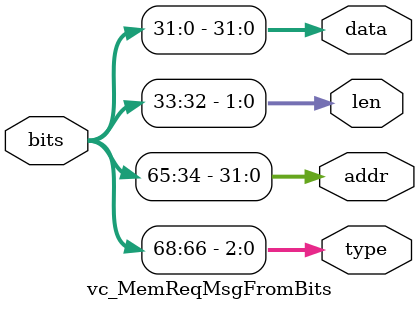
<source format=v>

`ifndef VC_MEM_REQ_MSG_V
`define VC_MEM_REQ_MSG_V


// Data field

`define VC_MEM_REQ_MSG_DATA_SZ( p_addr_sz, p_data_sz )                  \
  p_data_sz

`define VC_MEM_REQ_MSG_DATA_MSB( p_addr_sz, p_data_sz )                 \
  ( `VC_MEM_REQ_MSG_DATA_SZ( p_addr_sz, p_data_sz ) - 1 )

`define VC_MEM_REQ_MSG_DATA_FIELD( p_addr_sz, p_data_sz )               \
  (`VC_MEM_REQ_MSG_DATA_MSB( p_addr_sz, p_data_sz )):                   \
  0

// Length field

`define VC_MEM_REQ_MSG_LEN_SZ( p_addr_sz, p_data_sz )                   \
  ($clog2(p_data_sz/8))

`define VC_MEM_REQ_MSG_LEN_MSB( p_addr_sz, p_data_sz )                  \
  (   `VC_MEM_REQ_MSG_DATA_MSB( p_addr_sz, p_data_sz )                  \
    + `VC_MEM_REQ_MSG_LEN_SZ( p_addr_sz, p_data_sz ) )

`define VC_MEM_REQ_MSG_LEN_FIELD( p_addr_sz, p_data_sz )                \
  (`VC_MEM_REQ_MSG_LEN_MSB( p_addr_sz, p_data_sz )):                    \
  (`VC_MEM_REQ_MSG_DATA_MSB( p_addr_sz, p_data_sz ) + 1)

// Address field

`define VC_MEM_REQ_MSG_ADDR_SZ( p_addr_sz, p_data_sz )                  \
  p_addr_sz

`define VC_MEM_REQ_MSG_ADDR_MSB( p_addr_sz, p_data_sz )                 \
  (   `VC_MEM_REQ_MSG_LEN_MSB( p_addr_sz, p_data_sz )                   \
    + `VC_MEM_REQ_MSG_ADDR_SZ( p_addr_sz, p_data_sz ) )

`define VC_MEM_REQ_MSG_ADDR_FIELD( p_addr_sz, p_data_sz )               \
  (`VC_MEM_REQ_MSG_ADDR_MSB( p_addr_sz, p_data_sz )):                   \
  (`VC_MEM_REQ_MSG_LEN_MSB( p_addr_sz, p_data_sz ) + 1)

// Type field

`define VC_MEM_REQ_MSG_TYPE_SZ( p_addr_sz, p_data_sz ) 3
`define VC_MEM_REQ_MSG_TYPE_READ                       3'd0
`define VC_MEM_REQ_MSG_TYPE_WRITE                      3'd1
`define VC_MEM_REQ_MSG_TYPE_AMOADD                     3'd2
`define VC_MEM_REQ_MSG_TYPE_AMOAND                     3'd3
`define VC_MEM_REQ_MSG_TYPE_AMOOR                      3'd4
`define VC_MEM_REQ_MSG_TYPE_AMOXCH                     3'd5

`define VC_MEM_REQ_MSG_TYPE_MSB( p_addr_sz, p_data_sz )                 \
  (   `VC_MEM_REQ_MSG_ADDR_MSB( p_addr_sz, p_data_sz )                  \
    + `VC_MEM_REQ_MSG_TYPE_SZ( p_addr_sz, p_data_sz ) )

`define VC_MEM_REQ_MSG_TYPE_FIELD( p_addr_sz, p_data_sz )               \
  (`VC_MEM_REQ_MSG_TYPE_MSB( p_addr_sz, p_data_sz )):                   \
  (`VC_MEM_REQ_MSG_ADDR_MSB( p_addr_sz, p_data_sz ) + 1)

// Total size of message

`define VC_MEM_REQ_MSG_SZ( p_addr_sz, p_data_sz )                       \
  (   `VC_MEM_REQ_MSG_TYPE_SZ( p_addr_sz, p_data_sz )                   \
    + `VC_MEM_REQ_MSG_ADDR_SZ( p_addr_sz, p_data_sz )                   \
    + `VC_MEM_REQ_MSG_LEN_SZ(  p_addr_sz, p_data_sz )                   \
    + `VC_MEM_REQ_MSG_DATA_SZ( p_addr_sz, p_data_sz ) )

//------------------------------------------------------------------------
// Convert message to bits
//------------------------------------------------------------------------

module vc_MemReqMsgToBits
#(
  parameter p_addr_sz = 32,
  parameter p_data_sz = 32
)(
  // Input message

  input [`VC_MEM_REQ_MSG_TYPE_SZ(p_addr_sz,p_data_sz)-1:0] type,
  input [`VC_MEM_REQ_MSG_ADDR_SZ(p_addr_sz,p_data_sz)-1:0] addr,
  input [`VC_MEM_REQ_MSG_LEN_SZ( p_addr_sz,p_data_sz)-1:0] len,
  input [`VC_MEM_REQ_MSG_DATA_SZ(p_addr_sz,p_data_sz)-1:0] data,

  // Output bits

  output [`VC_MEM_REQ_MSG_SZ(p_addr_sz,p_data_sz)-1:0] bits
);

  assign bits[`VC_MEM_REQ_MSG_TYPE_FIELD(p_addr_sz,p_data_sz)] = type;
  assign bits[`VC_MEM_REQ_MSG_ADDR_FIELD(p_addr_sz,p_data_sz)] = addr;
  assign bits[`VC_MEM_REQ_MSG_LEN_FIELD( p_addr_sz,p_data_sz)] = len;
  assign bits[`VC_MEM_REQ_MSG_DATA_FIELD(p_addr_sz,p_data_sz)] = data;

endmodule

//------------------------------------------------------------------------
// Convert message from bits
//------------------------------------------------------------------------

module vc_MemReqMsgFromBits
#(
  parameter p_addr_sz = 32,
  parameter p_data_sz = 32
)(
  // Input bits

  input [`VC_MEM_REQ_MSG_SZ(p_addr_sz,p_data_sz)-1:0] bits,

  // Output message

  output [`VC_MEM_REQ_MSG_TYPE_SZ(p_addr_sz,p_data_sz)-1:0] type,
  output [`VC_MEM_REQ_MSG_ADDR_SZ(p_addr_sz,p_data_sz)-1:0] addr,
  output [`VC_MEM_REQ_MSG_LEN_SZ( p_addr_sz,p_data_sz)-1:0] len,
  output [`VC_MEM_REQ_MSG_DATA_SZ(p_addr_sz,p_data_sz)-1:0] data
);

  assign type = bits[`VC_MEM_REQ_MSG_TYPE_FIELD(p_addr_sz,p_data_sz)];
  assign addr = bits[`VC_MEM_REQ_MSG_ADDR_FIELD(p_addr_sz,p_data_sz)];
  assign len  = bits[`VC_MEM_REQ_MSG_LEN_FIELD( p_addr_sz,p_data_sz)];
  assign data = bits[`VC_MEM_REQ_MSG_DATA_FIELD(p_addr_sz,p_data_sz)];

endmodule

//------------------------------------------------------------------------
// Convert message to string
//------------------------------------------------------------------------

`ifndef SYNTHESIS
module vc_MemReqMsgToStr
#(
  parameter p_addr_sz = 32,
  parameter p_data_sz = 32
)(
  input [`VC_MEM_REQ_MSG_SZ(p_addr_sz,p_data_sz)-1:0] msg
);

  // Extract fields

  wire [`VC_MEM_REQ_MSG_TYPE_SZ(p_addr_sz,p_data_sz)-1:0] type;
  wire [`VC_MEM_REQ_MSG_ADDR_SZ(p_addr_sz,p_data_sz)-1:0] addr;
  wire [`VC_MEM_REQ_MSG_LEN_SZ( p_addr_sz,p_data_sz)-1:0] len;
  wire [`VC_MEM_REQ_MSG_DATA_SZ(p_addr_sz,p_data_sz)-1:0] data;

  vc_MemReqMsgFromBits#(p_addr_sz,p_data_sz) mem_req_msg_from_bits
  (
    .bits (msg),
    .type (type),
    .addr (addr),
    .len  (len),
    .data (data)
  );

  // Short names

  localparam c_msg_sz = `VC_MEM_REQ_MSG_SZ(p_addr_sz,p_data_sz);
  localparam c_read   = `VC_MEM_REQ_MSG_TYPE_READ;
  localparam c_write  = `VC_MEM_REQ_MSG_TYPE_WRITE;
  localparam c_amoadd = `VC_MEM_REQ_MSG_TYPE_AMOADD;
  localparam c_amoand = `VC_MEM_REQ_MSG_TYPE_AMOAND;
  localparam c_amoor  = `VC_MEM_REQ_MSG_TYPE_AMOOR;
  localparam c_amoxch = `VC_MEM_REQ_MSG_TYPE_AMOXCH;

  // Full string sized for 17 characters

  reg [4*8-1:0]  addr_str;
  reg [1*8-1:0]  len_str;
  reg [4*8-1:0]  data_str;

  reg [17*8-1:0] full_str;
  always @(*) begin

    $sformat( addr_str, "%x", addr );
    $sformat( len_str,  "%x", len  );
    $sformat( data_str, "%x", data );

    if ( msg === {c_msg_sz{1'bx}} )
      $sformat( full_str, "x          ");
    else begin
      case ( type )
        c_read   : $sformat( full_str, "rd   :%s:%s     ", addr_str, len_str );
        c_write  : $sformat( full_str, "wr   :%s:%s:%s",   addr_str, len_str, data_str );
        c_amoadd : $sformat( full_str, "aadd :%s:%s:%s",   addr_str, len_str, data_str );
        c_amoand : $sformat( full_str, "aand :%s:%s:%s",   addr_str, len_str, data_str );
        c_amoor  : $sformat( full_str, "aor  :%s:%s:%s",   addr_str, len_str, data_str );
        c_amoxch : $sformat( full_str, "axch :%s:%s:%s",   addr_str, len_str, data_str );
        default  : $sformat( full_str, "undefined type" );
      endcase
    end

  end

  // Tiny string sized for 2 characters

  reg [2*8-1:0] tiny_str;
  always @(*) begin

    if ( msg === {c_msg_sz{1'bx}} )
      $sformat( tiny_str, "x ");
    else begin
      case ( type )
        c_read   : $sformat( tiny_str, "rd" );
        c_write  : $sformat( tiny_str, "wr" );
        c_amoadd : $sformat( tiny_str, "a+" );
        c_amoand : $sformat( tiny_str, "a&" );
        c_amoor  : $sformat( tiny_str, "a+" );
        c_amoxch : $sformat( tiny_str, "ax" );
        default  : $sformat( tiny_str, "??" );
      endcase
    end

  end

endmodule
`endif /* SYNTHESIS */

`endif /* VC_MEM_REQ_MSG_V */


</source>
